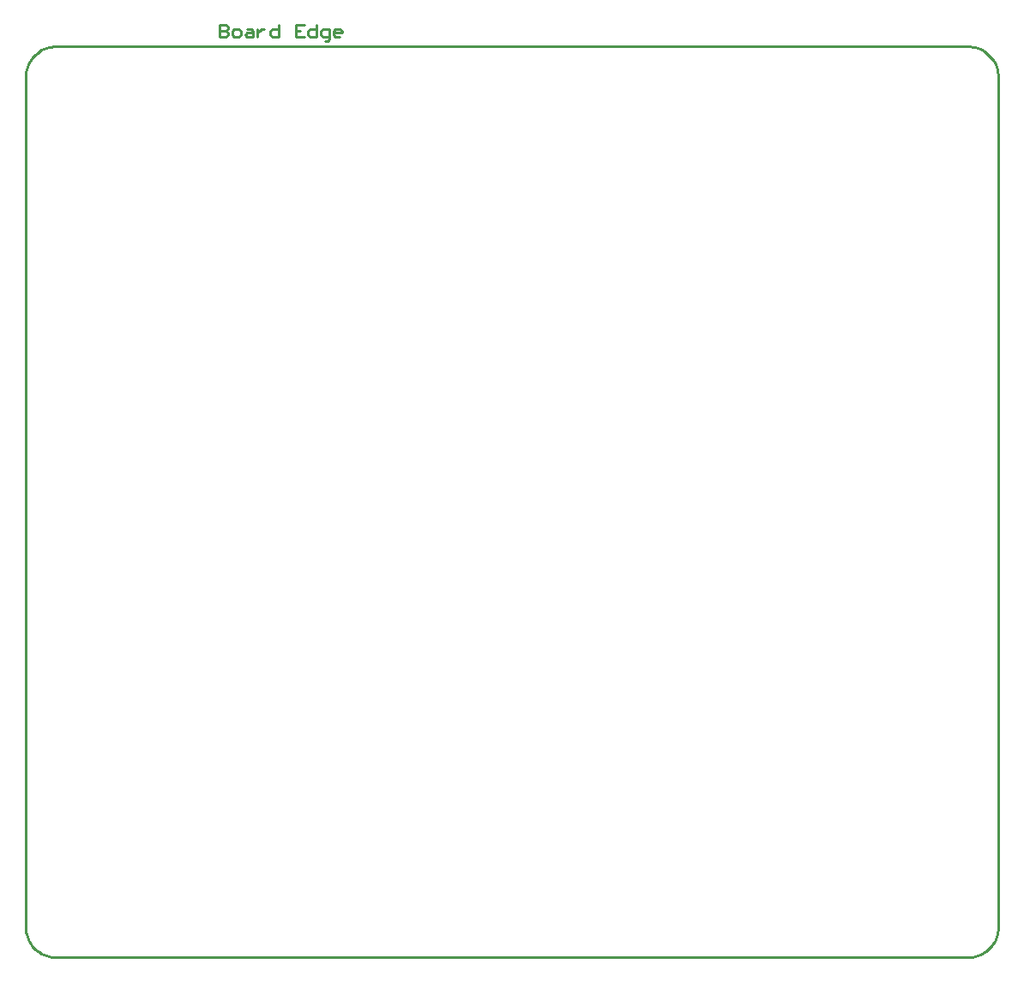
<source format=gm1>
G04*
G04 #@! TF.GenerationSoftware,Altium Limited,Altium Designer,23.1.1 (15)*
G04*
G04 Layer_Color=16711935*
%FSLAX25Y25*%
%MOIN*%
G70*
G04*
G04 #@! TF.SameCoordinates,134DEFD1-A11A-4816-9570-CA793B5A4A5F*
G04*
G04*
G04 #@! TF.FilePolarity,Positive*
G04*
G01*
G75*
%ADD14C,0.00394*%
%ADD15C,0.01000*%
D14*
X-340551Y354331D02*
X-214567D01*
D15*
X0Y342520D02*
X-40Y343495D01*
X-161Y344464D01*
X-361Y345419D01*
X-640Y346355D01*
X-995Y347264D01*
X-1424Y348141D01*
X-1923Y348980D01*
X-2490Y349774D01*
X-3121Y350519D01*
X-3812Y351209D01*
X-4557Y351840D01*
X-5351Y352408D01*
X-6190Y352907D01*
X-7067Y353336D01*
X-7976Y353691D01*
X-8912Y353969D01*
X-9867Y354170D01*
X-10836Y354290D01*
X-11811Y354331D01*
Y0D02*
X-10836Y40D01*
X-9867Y161D01*
X-8912Y361D01*
X-7976Y640D01*
X-7067Y995D01*
X-6190Y1424D01*
X-5351Y1923D01*
X-4557Y2490D01*
X-3812Y3121D01*
X-3121Y3812D01*
X-2490Y4557D01*
X-1923Y5351D01*
X-1424Y6190D01*
X-995Y7067D01*
X-640Y7976D01*
X-361Y8912D01*
X-161Y9867D01*
X-40Y10836D01*
X0Y11811D01*
X-366142Y354331D02*
X-367117Y354290D01*
X-368086Y354170D01*
X-369041Y353969D01*
X-369977Y353691D01*
X-370886Y353336D01*
X-371763Y352907D01*
X-372602Y352408D01*
X-373396Y351840D01*
X-374141Y351209D01*
X-374831Y350519D01*
X-375462Y349774D01*
X-376029Y348980D01*
X-376529Y348141D01*
X-376958Y347264D01*
X-377313Y346355D01*
X-377591Y345419D01*
X-377792Y344464D01*
X-377912Y343495D01*
X-377953Y342520D01*
Y11811D02*
X-377912Y10836D01*
X-377792Y9867D01*
X-377591Y8912D01*
X-377313Y7976D01*
X-376958Y7067D01*
X-376529Y6190D01*
X-376029Y5351D01*
X-375462Y4557D01*
X-374831Y3812D01*
X-374141Y3121D01*
X-373396Y2490D01*
X-372602Y1923D01*
X-371763Y1424D01*
X-370886Y995D01*
X-369977Y640D01*
X-369041Y361D01*
X-368086Y161D01*
X-367117Y40D01*
X-366142Y0D01*
X-11811D01*
X-366142Y354331D02*
X-11811D01*
X0Y11811D02*
Y342520D01*
X-377953Y11811D02*
Y342520D01*
X-302559Y362849D02*
Y357929D01*
X-300099D01*
X-299279Y358749D01*
Y359569D01*
X-300099Y360389D01*
X-302559D01*
X-300099D01*
X-299279Y361209D01*
Y362029D01*
X-300099Y362849D01*
X-302559D01*
X-296819Y357929D02*
X-295180D01*
X-294360Y358749D01*
Y360389D01*
X-295180Y361209D01*
X-296819D01*
X-297639Y360389D01*
Y358749D01*
X-296819Y357929D01*
X-291900Y361209D02*
X-290260D01*
X-289440Y360389D01*
Y357929D01*
X-291900D01*
X-292720Y358749D01*
X-291900Y359569D01*
X-289440D01*
X-287800Y361209D02*
Y357929D01*
Y359569D01*
X-286980Y360389D01*
X-286160Y361209D01*
X-285340D01*
X-279601Y362849D02*
Y357929D01*
X-282060D01*
X-282880Y358749D01*
Y360389D01*
X-282060Y361209D01*
X-279601D01*
X-269761Y362849D02*
X-273041D01*
Y357929D01*
X-269761D01*
X-273041Y360389D02*
X-271401D01*
X-264842Y362849D02*
Y357929D01*
X-267301D01*
X-268121Y358749D01*
Y360389D01*
X-267301Y361209D01*
X-264842D01*
X-261562Y356289D02*
X-260742D01*
X-259922Y357109D01*
Y361209D01*
X-262382D01*
X-263202Y360389D01*
Y358749D01*
X-262382Y357929D01*
X-259922D01*
X-255822D02*
X-257462D01*
X-258282Y358749D01*
Y360389D01*
X-257462Y361209D01*
X-255822D01*
X-255002Y360389D01*
Y359569D01*
X-258282D01*
M02*

</source>
